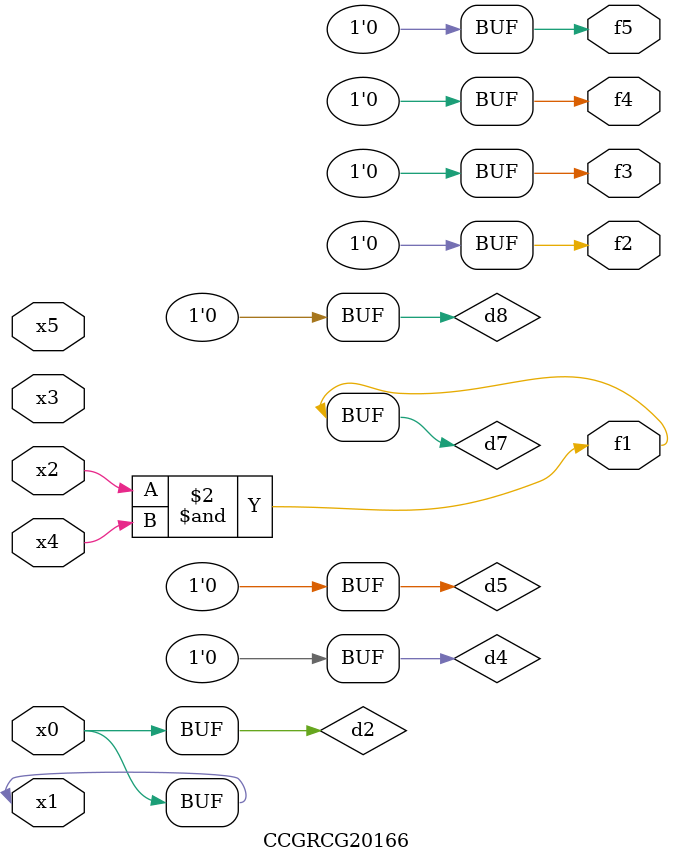
<source format=v>
module CCGRCG20166(
	input x0, x1, x2, x3, x4, x5,
	output f1, f2, f3, f4, f5
);

	wire d1, d2, d3, d4, d5, d6, d7, d8, d9;

	nand (d1, x1);
	buf (d2, x0, x1);
	nand (d3, x2, x4);
	and (d4, d1, d2);
	and (d5, d1, d2);
	nand (d6, d1, d3);
	not (d7, d3);
	xor (d8, d5);
	nor (d9, d5, d6);
	assign f1 = d7;
	assign f2 = d8;
	assign f3 = d8;
	assign f4 = d8;
	assign f5 = d8;
endmodule

</source>
